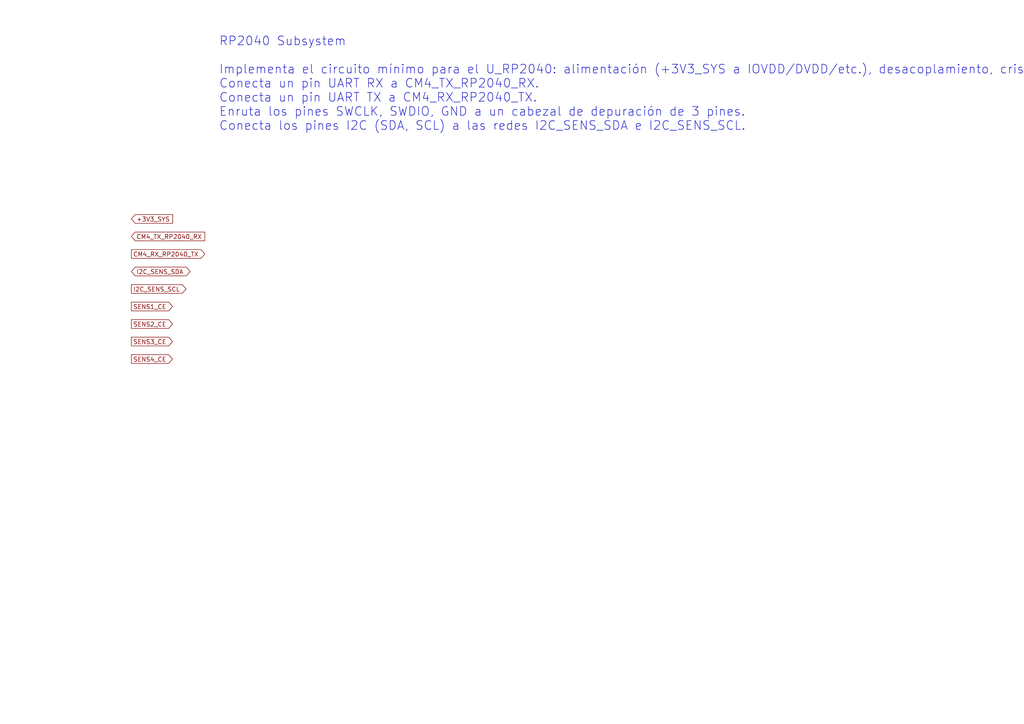
<source format=kicad_sch>
(kicad_sch (version 20230121) (generator eeschema)

  (uuid 00000000-0000-0000-0000-00005f3c1de3)

  (paper "A4")

  (title_block
    (title "CM4 Robotics Controller - RP2040 Subsystem")
    (date "2025-07-03")
    (rev "v1.0")
    (company "Manus AI")
  )

  (lib_symbols)

  (text "RP2040 Subsystem\n\nImplementa el circuito mínimo para el U_RP2040: alimentación (+3V3_SYS a IOVDD/DVDD/etc.), desacoplamiento, cristal X_RP2040 con sus condensadores, y la memoria flash U_FLASH en los pines QSPI.\nConecta un pin UART RX a CM4_TX_RP2040_RX.\nConecta un pin UART TX a CM4_RX_RP2040_TX.\nEnruta los pines SWCLK, SWDIO, GND a un cabezal de depuración de 3 pines.\nConecta los pines I2C (SDA, SCL) a las redes I2C_SENS_SDA e I2C_SENS_SCL."
    (at 63.5 38.1 0)
    (effects (font (size 2.54 2.54)) (justify left bottom))
    (uuid 00000000-0000-0000-0000-00005f3c3df1)
  )

  (global_label "+3V3_SYS" (shape input) (at 38.1 63.5 0) (fields_autoplaced)
    (effects (font (size 1.27 1.27)) (justify left))
    (uuid 00000000-0000-0000-0000-00005f3c3df2)
    (property "Intersheetrefs" "${INTERSHEET_REFS}" (at 38.1 63.5 0)
      (effects (font (size 1.27 1.27)) hide)
    )
  )

  (global_label "CM4_TX_RP2040_RX" (shape input) (at 38.1 68.58 0) (fields_autoplaced)
    (effects (font (size 1.27 1.27)) (justify left))
    (uuid 00000000-0000-0000-0000-00005f3c3df3)
    (property "Intersheetrefs" "${INTERSHEET_REFS}" (at 38.1 68.58 0)
      (effects (font (size 1.27 1.27)) hide)
    )
  )

  (global_label "CM4_RX_RP2040_TX" (shape output) (at 38.1 73.66 0) (fields_autoplaced)
    (effects (font (size 1.27 1.27)) (justify left))
    (uuid 00000000-0000-0000-0000-00005f3c3df4)
    (property "Intersheetrefs" "${INTERSHEET_REFS}" (at 38.1 73.66 0)
      (effects (font (size 1.27 1.27)) hide)
    )
  )

  (global_label "I2C_SENS_SDA" (shape bidirectional) (at 38.1 78.74 0) (fields_autoplaced)
    (effects (font (size 1.27 1.27)) (justify left))
    (uuid 00000000-0000-0000-0000-00005f3c3df5)
    (property "Intersheetrefs" "${INTERSHEET_REFS}" (at 38.1 78.74 0)
      (effects (font (size 1.27 1.27)) hide)
    )
  )

  (global_label "I2C_SENS_SCL" (shape output) (at 38.1 83.82 0) (fields_autoplaced)
    (effects (font (size 1.27 1.27)) (justify left))
    (uuid 00000000-0000-0000-0000-00005f3c3df6)
    (property "Intersheetrefs" "${INTERSHEET_REFS}" (at 38.1 83.82 0)
      (effects (font (size 1.27 1.27)) hide)
    )
  )

  (global_label "SENS1_CE" (shape output) (at 38.1 88.9 0) (fields_autoplaced)
    (effects (font (size 1.27 1.27)) (justify left))
    (uuid 00000000-0000-0000-0000-00005f3c3df7)
    (property "Intersheetrefs" "${INTERSHEET_REFS}" (at 38.1 88.9 0)
      (effects (font (size 1.27 1.27)) hide)
    )
  )

  (global_label "SENS2_CE" (shape output) (at 38.1 93.98 0) (fields_autoplaced)
    (effects (font (size 1.27 1.27)) (justify left))
    (uuid 00000000-0000-0000-0000-00005f3c3df8)
    (property "Intersheetrefs" "${INTERSHEET_REFS}" (at 38.1 93.98 0)
      (effects (font (size 1.27 1.27)) hide)
    )
  )

  (global_label "SENS3_CE" (shape output) (at 38.1 99.06 0) (fields_autoplaced)
    (effects (font (size 1.27 1.27)) (justify left))
    (uuid 00000000-0000-0000-0000-00005f3c3df9)
    (property "Intersheetrefs" "${INTERSHEET_REFS}" (at 38.1 99.06 0)
      (effects (font (size 1.27 1.27)) hide)
    )
  )

  (global_label "SENS4_CE" (shape output) (at 38.1 104.14 0) (fields_autoplaced)
    (effects (font (size 1.27 1.27)) (justify left))
    (uuid 00000000-0000-0000-0000-00005f3c3dfa)
    (property "Intersheetrefs" "${INTERSHEET_REFS}" (at 38.1 104.14 0)
      (effects (font (size 1.27 1.27)) hide)
    )
  )

  (sheet_instances
    (path "/" (page "1"))
  )
)

</source>
